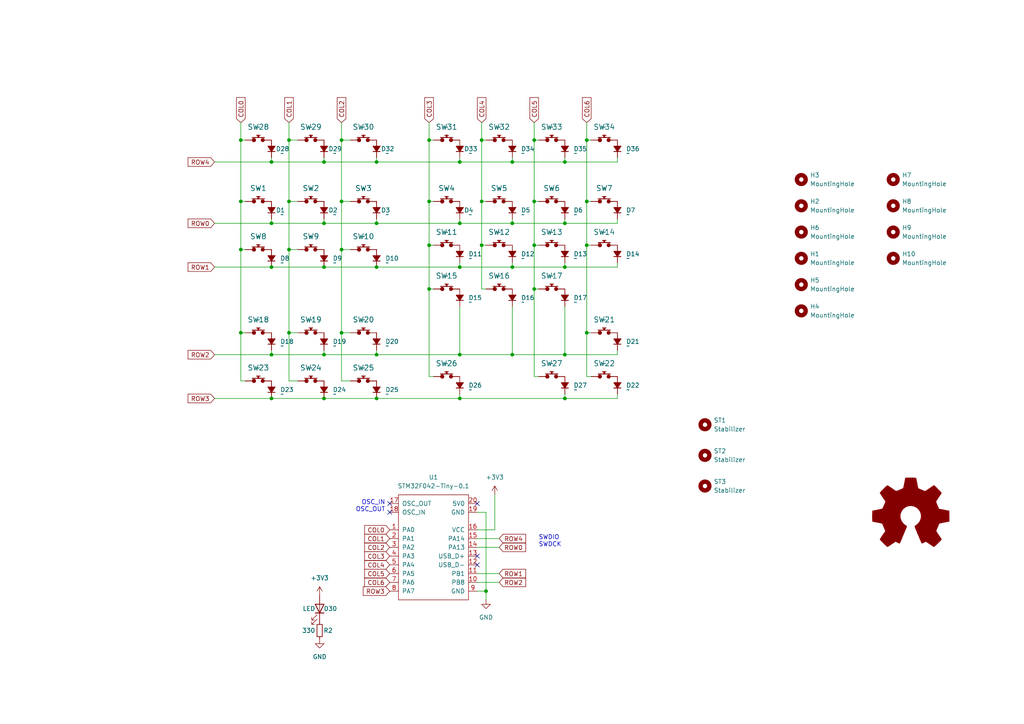
<source format=kicad_sch>
(kicad_sch (version 20230121) (generator eeschema)
  (paper "A4")
  (lib_symbols
    (symbol "Device:D_Small_Filled" (pin_numbers hide) (pin_names (offset 0.254) hide)
      (property "Reference" "D" (at -1.27 2.032 0))
      (property "Value" "D_Small_Filled" (at -3.81 -2.032 0))
      (symbol "D_Small_Filled_0_1"
        (polyline (pts (xy -0.762 -1.016) (xy -0.762 1.016)) (stroke (width 0.254)))
        (polyline (pts (xy -0.762 0) (xy 0.762 0)))
        (polyline (pts (xy 0.762 -1.016) (xy -0.762 0) (xy 0.762 1.016) (xy 0.762 -1.016)) (stroke (width 0.254)) (fill (type outline)))
      )
      (symbol "D_Small_Filled_1_1"
        (pin passive line (at -2.54 0 0) (length 1.778) (name "K") (number "1"))
        (pin passive line (at 2.54 0 180) (length 1.778) (name "A") (number "2"))
      )
    )
    (symbol "Device:LED" (pin_numbers hide) (pin_names (offset 1.016) hide)
      (property "Reference" "D" (at 0 2.54 0))
      (property "Value" "LED" (at 0 -2.54 0))
      (symbol "LED_0_1"
        (polyline (pts (xy -1.27 -1.27) (xy -1.27 1.27)) (stroke (width 0.254)))
        (polyline (pts (xy -1.27 0) (xy 1.27 0)))
        (polyline (pts (xy 1.27 -1.27) (xy 1.27 1.27) (xy -1.27 0) (xy 1.27 -1.27)) (stroke (width 0.254)))
        (polyline (pts (xy -3.048 -0.762) (xy -4.572 -2.286) (xy -3.81 -2.286) (xy -4.572 -2.286) (xy -4.572 -1.524)))
        (polyline (pts (xy -1.778 -0.762) (xy -3.302 -2.286) (xy -2.54 -2.286) (xy -3.302 -2.286) (xy -3.302 -1.524)))
      )
      (symbol "LED_1_1"
        (pin passive line (at -3.81 0 0) (length 2.54) (name "K") (number "1"))
        (pin passive line (at 3.81 0 180) (length 2.54) (name "A") (number "2"))
      )
    )
    (symbol "Device:R_Small" (pin_numbers hide) (pin_names (offset 0.254) hide)
      (property "Reference" "R" (at 0.762 0.508 0))
      (property "Value" "R_Small" (at 0.762 -1.016 0))
      (symbol "R_Small_0_1"
        (rectangle (start -0.762 1.778) (end 0.762 -1.778) (stroke (width 0.2032)))
      )
      (symbol "R_Small_1_1"
        (pin passive line (at 0 2.54 270) (length 0.762) (name "~") (number "1"))
        (pin passive line (at 0 -2.54 90) (length 0.762) (name "~") (number "2"))
      )
    )
    (symbol "Engstad:STM32F042-Tiny" (pin_names (offset 1.016))
      (property "Reference" "U" (at 0 -12.7 0))
      (property "Value" "STM32F042-Tiny-0.1" (at 0 20.32 0))
      (symbol "STM32F042-Tiny_0_1"
        (rectangle (start -10.16 19.05) (end 10.16 -11.43))
      )
      (symbol "STM32F042-Tiny_1_1"
        (pin tri_state line (at -12.7 8.89 0) (length 2.54) (name "PA0") (number "1"))
        (pin tri_state line (at 12.7 -6.35 180) (length 2.54) (name "PB8") (number "10"))
        (pin tri_state line (at 12.7 -3.81 180) (length 2.54) (name "PB1") (number "11"))
        (pin tri_state line (at 12.7 -1.27 180) (length 2.54) (name "USB_D-") (number "12"))
        (pin tri_state line (at 12.7 1.27 180) (length 2.54) (name "USB_D+") (number "13"))
        (pin tri_state line (at 12.7 3.81 180) (length 2.54) (name "PA13") (number "14"))
        (pin tri_state line (at 12.7 6.35 180) (length 2.54) (name "PA14") (number "15"))
        (pin power_in line (at 12.7 8.89 180) (length 2.54) (name "VCC") (number "16"))
        (pin input line (at -12.7 16.51 0) (length 2.54) (name "OSC_OUT") (number "17"))
        (pin input line (at -12.7 13.97 0) (length 2.54) (name "OSC_IN") (number "18"))
        (pin input line (at 12.7 13.97 180) (length 2.54) (name "GND") (number "19"))
        (pin tri_state line (at -12.7 6.35 0) (length 2.54) (name "PA1") (number "2"))
        (pin input line (at 12.7 16.51 180) (length 2.54) (name "5V0") (number "20"))
        (pin tri_state line (at -12.7 3.81 0) (length 2.54) (name "PA2") (number "3"))
        (pin tri_state line (at -12.7 1.27 0) (length 2.54) (name "PA3") (number "4"))
        (pin tri_state line (at -12.7 -1.27 0) (length 2.54) (name "PA4") (number "5"))
        (pin tri_state line (at -12.7 -3.81 0) (length 2.54) (name "PA5") (number "6"))
        (pin tri_state line (at -12.7 -6.35 0) (length 2.54) (name "PA6") (number "7"))
        (pin tri_state line (at -12.7 -8.89 0) (length 2.54) (name "PA7") (number "8"))
        (pin input line (at 12.7 -8.89 180) (length 2.54) (name "GND") (number "9"))
      )
    )
    (symbol "Engstad:SW_PUSH_NO" (pin_numbers hide) (pin_names (offset 0) hide)
      (property "Reference" "SW" (at 4.445 3.683 0))
      (property "Value" "SW_PUSH_NO" (at -7.62 3.81 0))
      (symbol "SW_PUSH_NO_0_1"
        (circle (center -1.27 0) (radius 0.4064) (stroke (width 0.381)) (fill (type outline)))
        (rectangle (start -0.127 1.397) (end 0.127 0.762) (stroke (width 0.254)))
        (polyline (pts (xy -1.778 0.762) (xy 1.778 0.762)) (stroke (width 0.254)))
        (polyline (pts (xy -0.508 1.397) (xy 0.508 1.397)) (stroke (width 0.254)))
        (circle (center 1.27 0) (radius 0.381) (stroke (width 0.381)) (fill (type outline)))
      )
      (symbol "SW_PUSH_NO_1_1"
        (pin input line (at -3.81 0 0) (length 2.54) (name "~") (number "1"))
        (pin input line (at 3.81 0 180) (length 2.54) (name "~") (number "2"))
      )
    )
    (symbol "Graphic:Logo_Open_Hardware_Large" (in_bom no) (on_board no)
      (symbol "Logo_Open_Hardware_Large_1_1"
        (polyline (pts (xy 6.731 -8.7122) (xy 6.6294 -8.6614) (xy 6.35 -8.4836) (xy 5.9944 -8.255) (xy 5.5372 -7.9502) (xy 5.1054 -7.6454) (xy 4.7498 -7.4168) (xy 4.4958 -7.239) (xy 4.3942 -7.1882) (xy 4.318 -7.2136) (xy 4.1148 -7.3152) (xy 3.81 -7.4676) (xy 3.6322 -7.5692) (xy 3.3528 -7.6708) (xy 3.2258 -7.6962) (xy 3.2004 -7.6708) (xy 3.0988 -7.4676) (xy 2.9464 -7.0866) (xy 2.7178 -6.604) (xy 2.4892 -6.0452) (xy 2.2352 -5.4356) (xy 1.9558 -4.826) (xy 1.7272 -4.2164) (xy 1.4986 -3.683) (xy 1.3208 -3.2512) (xy 1.2192 -2.9464) (xy 1.1684 -2.8194) (xy 1.1938 -2.794) (xy 1.3208 -2.667) (xy 1.5748 -2.4892) (xy 2.0828 -2.0574) (xy 2.6162 -1.397) (xy 2.921 -0.6604) (xy 3.048 0.1524) (xy 2.9464 0.9144) (xy 2.6416 1.6256) (xy 2.1336 2.286) (xy 1.524 2.7686) (xy 0.8128 3.0734) (xy 0 3.175) (xy -0.762 3.0988) (xy -1.4986 2.794) (xy -2.159 2.286) (xy -2.4384 1.9812) (xy -2.8194 1.3208) (xy -3.048 0.6096) (xy -3.0734 0.4318) (xy -3.0226 -0.3556) (xy -2.794 -1.0922) (xy -2.3876 -1.7526) (xy -1.8288 -2.3114) (xy -1.7526 -2.3622) (xy -1.4732 -2.5654) (xy -1.2954 -2.6924) (xy -1.1684 -2.8194) (xy -2.159 -5.207) (xy -2.3114 -5.588) (xy -2.5908 -6.2484) (xy -2.8194 -6.8072) (xy -3.0226 -7.2644) (xy -3.1496 -7.5692) (xy -3.2258 -7.6708) (xy -3.2258 -7.6962) (xy -3.302 -7.6962) (xy -3.4798 -7.6454) (xy -3.8354 -7.4676) (xy -4.0386 -7.366) (xy -4.2926 -7.239) (xy -4.4196 -7.1882) (xy -4.5212 -7.239) (xy -4.7498 -7.3914) (xy -5.1054 -7.6454) (xy -5.5372 -7.9248) (xy -5.9436 -8.2042) (xy -6.3246 -8.4582) (xy -6.604 -8.636) (xy -6.731 -8.7122) (xy -6.7564 -8.7122) (xy -6.858 -8.636) (xy -7.0866 -8.4582) (xy -7.4168 -8.1534) (xy -7.874 -7.6962) (xy -7.9502 -7.62) (xy -8.3312 -7.239) (xy -8.636 -6.9088) (xy -8.8392 -6.6802) (xy -8.9154 -6.5786) (xy -8.9154 -6.5786) (xy -8.8392 -6.4516) (xy -8.6614 -6.1722) (xy -8.4328 -5.7912) (xy -8.128 -5.3594) (xy -7.3152 -4.191) (xy -7.7724 -3.0988) (xy -7.8994 -2.7686) (xy -8.0772 -2.3622) (xy -8.2042 -2.0828) (xy -8.255 -1.9558) (xy -8.382 -1.905) (xy -8.6614 -1.8542) (xy -9.0932 -1.7526) (xy -9.6266 -1.651) (xy -10.1092 -1.5748) (xy -10.541 -1.4732) (xy -10.8712 -1.4224) (xy -11.0236 -1.397) (xy -11.049 -1.3716) (xy -11.0744 -1.2954) (xy -11.0998 -1.143) (xy -11.0998 -0.889) (xy -11.1252 -0.4572) (xy -11.1252 0.1524) (xy -11.1252 0.2286) (xy -11.0998 0.8128) (xy -11.0998 1.27) (xy -11.0744 1.5494) (xy -11.0744 1.6764) (xy -11.0744 1.6764) (xy -10.922 1.7018) (xy -10.6172 1.778) (xy -10.16 1.8542) (xy -9.652 1.9558) (xy -9.6012 1.9812) (xy -9.0932 2.0828) (xy -8.636 2.159) (xy -8.3312 2.2352) (xy -8.2042 2.286) (xy -8.1788 2.3114) (xy -8.0772 2.5146) (xy -7.9248 2.8448) (xy -7.747 3.2512) (xy -7.5692 3.6576) (xy -7.4168 4.0386) (xy -7.3152 4.318) (xy -7.2898 4.445) (xy -7.2898 4.445) (xy -7.366 4.572) (xy -7.5438 4.826) (xy -7.7978 5.207) (xy -8.128 5.6642) (xy -8.128 5.6896) (xy -8.4328 6.1468) (xy -8.6868 6.5278) (xy -8.8392 6.7818) (xy -8.9154 6.9088) (xy -8.9154 6.9088) (xy -8.8138 7.0358) (xy -8.5852 7.2898) (xy -8.255 7.6454) (xy -7.874 8.0264) (xy -7.747 8.1534) (xy -7.3152 8.5852) (xy -7.0104 8.8646) (xy -6.8326 8.9916) (xy -6.731 9.0424) (xy -6.731 9.0424) (xy -6.604 8.9408) (xy -6.3246 8.763) (xy -5.9436 8.509) (xy -5.4864 8.2042) (xy -5.461 8.1788) (xy -5.0038 7.874) (xy -4.6482 7.62) (xy -4.3688 7.4422) (xy -4.2672 7.3914) (xy -4.2418 7.3914) (xy -4.064 7.4422) (xy -3.7338 7.5438) (xy -3.3528 7.6962) (xy -2.9464 7.874) (xy -2.5654 8.0264) (xy -2.286 8.1534) (xy -2.159 8.2296) (xy -2.159 8.2296) (xy -2.1082 8.382) (xy -2.032 8.7122) (xy -1.9304 9.1694) (xy -1.8288 9.7282) (xy -1.8034 9.8044) (xy -1.7018 10.3378) (xy -1.6256 10.7696) (xy -1.5748 11.0744) (xy -1.524 11.2014) (xy -1.4478 11.2268) (xy -1.1938 11.2522) (xy -0.8128 11.2522) (xy -0.3302 11.2522) (xy 0.1524 11.2522) (xy 0.6604 11.2522) (xy 1.0668 11.2268) (xy 1.3716 11.2014) (xy 1.4986 11.176) (xy 1.4986 11.176) (xy 1.5494 11.0236) (xy 1.6256 10.6934) (xy 1.7018 10.2108) (xy 1.8288 9.6774) (xy 1.8288 9.5758) (xy 1.9304 9.0424) (xy 2.032 8.6106) (xy 2.0828 8.3058) (xy 2.1336 8.2042) (xy 2.159 8.1788) (xy 2.3876 8.0772) (xy 2.7432 7.9248) (xy 3.175 7.747) (xy 4.191 7.3406) (xy 5.461 8.2042) (xy 5.5626 8.2804) (xy 6.0198 8.5852) (xy 6.3754 8.8392) (xy 6.6294 8.9916) (xy 6.7564 9.0424) (xy 6.7564 9.0424) (xy 6.8834 8.9408) (xy 7.1374 8.7122) (xy 7.4676 8.382) (xy 7.8486 7.9756) (xy 8.1534 7.6962) (xy 8.4836 7.3406) (xy 8.7122 7.112) (xy 8.8392 6.9596) (xy 8.8646 6.858) (xy 8.8646 6.8072) (xy 8.7884 6.6802) (xy 8.6106 6.4008) (xy 8.3312 6.0198) (xy 8.0264 5.588) (xy 7.7978 5.207) (xy 7.5184 4.8006) (xy 7.3406 4.4958) (xy 7.2898 4.3434) (xy 7.2898 4.2926) (xy 7.3914 4.0386) (xy 7.5184 3.683) (xy 7.7216 3.2258) (xy 8.1534 2.2352) (xy 8.7884 2.1082) (xy 9.1948 2.0574) (xy 9.7536 1.9304) (xy 10.2616 1.8288) (xy 11.0998 1.6764) (xy 11.1252 -1.3208) (xy 10.9982 -1.3716) (xy 10.8712 -1.397) (xy 10.5664 -1.4732) (xy 10.1346 -1.5494) (xy 9.6266 -1.651) (xy 9.1948 -1.7272) (xy 8.7376 -1.8288) (xy 8.4328 -1.8796) (xy 8.2804 -1.905) (xy 8.255 -1.9558) (xy 8.1534 -2.159) (xy 7.9756 -2.5146) (xy 7.8232 -2.921) (xy 7.6454 -3.3274) (xy 7.493 -3.7338) (xy 7.366 -4.0132) (xy 7.3406 -4.191) (xy 7.3914 -4.2926) (xy 7.5692 -4.5466) (xy 7.7978 -4.9276) (xy 8.1026 -5.3594) (xy 8.4074 -5.7912) (xy 8.6614 -6.1722) (xy 8.8138 -6.4262) (xy 8.89 -6.5532) (xy 8.8646 -6.6548) (xy 8.6868 -6.858) (xy 8.3566 -7.1882) (xy 7.874 -7.6708) (xy 7.7978 -7.747) (xy 7.3914 -8.128) (xy 7.0612 -8.4328) (xy 6.8326 -8.636) (xy 6.731 -8.7122)) (fill (type outline)))
      )
    )
    (symbol "Mechanical:MountingHole" (pin_names (offset 1.016))
      (property "Reference" "H" (at 0 5.08 0))
      (property "Value" "MountingHole" (at 0 3.175 0))
      (symbol "MountingHole_0_1"
        (circle (center 0 0) (radius 1.27) (stroke (width 1.27)))
      )
    )
    (symbol "power:+3V3" (power) (pin_names (offset 0))
      (property "Value" "+3V3" (at 0 3.556 0))
      (symbol "+3V3_0_1"
        (polyline (pts (xy -0.762 1.27) (xy 0 2.54)))
        (polyline (pts (xy 0 0) (xy 0 2.54)))
        (polyline (pts (xy 0 2.54) (xy 0.762 1.27)))
      )
      (symbol "+3V3_1_1"
        (pin power_in line (at 0 0 90) (length 0) hide (name "+3V3") (number "1"))
      )
    )
    (symbol "power:GND" (power) (pin_names (offset 0))
      (property "Value" "GND" (at 0 -3.81 0))
      (symbol "GND_0_1"
        (polyline (pts (xy 0 0) (xy 0 -1.27) (xy 1.27 -1.27) (xy 0 -2.54) (xy -1.27 -1.27) (xy 0 -1.27)))
      )
      (symbol "GND_1_1"
        (pin power_in line (at 0 0 270) (length 0) hide (name "GND") (number "1"))
      )
    )
  )
  (junction (at 93.98 64.77))
  (junction (at 124.46 71.12))
  (junction (at 154.94 58.42))
  (junction (at 109.22 64.77))
  (junction (at 69.85 72.39))
  (junction (at 154.94 40.64))
  (junction (at 83.82 58.42))
  (junction (at 133.35 115.57))
  (junction (at 133.35 46.99))
  (junction (at 109.22 77.47))
  (junction (at 78.74 77.47))
  (junction (at 170.18 96.52))
  (junction (at 163.83 102.87))
  (junction (at 109.22 46.99))
  (junction (at 133.35 64.77))
  (junction (at 124.46 58.42))
  (junction (at 139.7 71.12))
  (junction (at 83.82 72.39))
  (junction (at 148.59 64.77))
  (junction (at 99.06 96.52))
  (junction (at 133.35 77.47))
  (junction (at 93.98 102.87))
  (junction (at 124.46 83.82))
  (junction (at 163.83 77.47))
  (junction (at 78.74 102.87))
  (junction (at 83.82 40.64))
  (junction (at 133.35 102.87))
  (junction (at 148.59 46.99))
  (junction (at 93.98 46.99))
  (junction (at 99.06 58.42))
  (junction (at 109.22 115.57))
  (junction (at 78.74 46.99))
  (junction (at 139.7 58.42))
  (junction (at 93.98 77.47))
  (junction (at 139.7 40.64))
  (junction (at 170.18 71.12))
  (junction (at 99.06 72.39))
  (junction (at 163.83 46.99))
  (junction (at 163.83 64.77))
  (junction (at 140.97 171.45))
  (junction (at 78.74 64.77))
  (junction (at 170.18 40.64))
  (junction (at 93.98 115.57))
  (junction (at 99.06 40.64))
  (junction (at 124.46 40.64))
  (junction (at 69.85 96.52))
  (junction (at 83.82 96.52))
  (junction (at 154.94 71.12))
  (junction (at 109.22 102.87))
  (junction (at 69.85 40.64))
  (junction (at 78.74 115.57))
  (junction (at 148.59 102.87))
  (junction (at 69.85 58.42))
  (junction (at 148.59 77.47))
  (junction (at 163.83 115.57))
  (junction (at 170.18 58.42))
  (junction (at 154.94 83.82))
  (no_connect (at 113.03 146.05))
  (no_connect (at 138.43 161.29))
  (no_connect (at 113.03 148.59))
  (no_connect (at 138.43 146.05))
  (no_connect (at 138.43 163.83))
  (wire (pts (xy 171.45 109.22) (xy 170.18 109.22)))
  (wire (pts (xy 93.98 102.87) (xy 93.98 101.6)))
  (wire (pts (xy 133.35 115.57) (xy 133.35 114.3)))
  (wire (pts (xy 140.97 171.45) (xy 140.97 173.99)))
  (wire (pts (xy 133.35 115.57) (xy 163.83 115.57)))
  (wire (pts (xy 69.85 58.42) (xy 69.85 72.39)))
  (wire (pts (xy 143.51 153.67) (xy 138.43 153.67)))
  (wire (pts (xy 124.46 40.64) (xy 125.73 40.64)))
  (wire (pts (xy 109.22 115.57) (xy 133.35 115.57)))
  (wire (pts (xy 69.85 96.52) (xy 69.85 110.49)))
  (wire (pts (xy 78.74 46.99) (xy 93.98 46.99)))
  (wire (pts (xy 170.18 40.64) (xy 170.18 58.42)))
  (wire (pts (xy 140.97 171.45) (xy 140.97 148.59)))
  (wire (pts (xy 163.83 115.57) (xy 179.07 115.57)))
  (wire (pts (xy 170.18 58.42) (xy 170.18 71.12)))
  (wire (pts (xy 179.07 45.72) (xy 179.07 46.99)))
  (wire (pts (xy 170.18 71.12) (xy 170.18 96.52)))
  (wire (pts (xy 69.85 72.39) (xy 69.85 96.52)))
  (wire (pts (xy 154.94 40.64) (xy 154.94 58.42)))
  (wire (pts (xy 154.94 71.12) (xy 154.94 83.82)))
  (wire (pts (xy 148.59 64.77) (xy 163.83 64.77)))
  (wire (pts (xy 83.82 72.39) (xy 83.82 96.52)))
  (wire (pts (xy 143.51 143.51) (xy 143.51 153.67)))
  (wire (pts (xy 144.78 158.75) (xy 138.43 158.75)))
  (wire (pts (xy 179.07 102.87) (xy 179.07 101.6)))
  (wire (pts (xy 144.78 168.91) (xy 138.43 168.91)))
  (wire (pts (xy 170.18 58.42) (xy 171.45 58.42)))
  (wire (pts (xy 124.46 40.64) (xy 124.46 58.42)))
  (wire (pts (xy 69.85 35.56) (xy 69.85 40.64)))
  (wire (pts (xy 179.07 64.77) (xy 179.07 63.5)))
  (wire (pts (xy 163.83 102.87) (xy 163.83 88.9)))
  (wire (pts (xy 148.59 77.47) (xy 163.83 77.47)))
  (wire (pts (xy 124.46 58.42) (xy 124.46 71.12)))
  (wire (pts (xy 83.82 35.56) (xy 83.82 40.64)))
  (wire (pts (xy 163.83 115.57) (xy 163.83 114.3)))
  (wire (pts (xy 154.94 71.12) (xy 156.21 71.12)))
  (wire (pts (xy 83.82 72.39) (xy 86.36 72.39)))
  (wire (pts (xy 163.83 64.77) (xy 163.83 63.5)))
  (wire (pts (xy 62.23 64.77) (xy 78.74 64.77)))
  (wire (pts (xy 99.06 40.64) (xy 99.06 58.42)))
  (wire (pts (xy 140.97 148.59) (xy 138.43 148.59)))
  (wire (pts (xy 62.23 77.47) (xy 78.74 77.47)))
  (wire (pts (xy 154.94 83.82) (xy 156.21 83.82)))
  (wire (pts (xy 109.22 64.77) (xy 133.35 64.77)))
  (wire (pts (xy 133.35 64.77) (xy 133.35 63.5)))
  (wire (pts (xy 83.82 110.49) (xy 86.36 110.49)))
  (wire (pts (xy 78.74 64.77) (xy 93.98 64.77)))
  (wire (pts (xy 148.59 88.9) (xy 148.59 102.87)))
  (wire (pts (xy 109.22 46.99) (xy 133.35 46.99)))
  (wire (pts (xy 124.46 83.82) (xy 125.73 83.82)))
  (wire (pts (xy 139.7 35.56) (xy 139.7 40.64)))
  (wire (pts (xy 99.06 72.39) (xy 99.06 96.52)))
  (wire (pts (xy 154.94 58.42) (xy 156.21 58.42)))
  (wire (pts (xy 148.59 46.99) (xy 163.83 46.99)))
  (wire (pts (xy 99.06 72.39) (xy 101.6 72.39)))
  (wire (pts (xy 99.06 96.52) (xy 101.6 96.52)))
  (wire (pts (xy 154.94 109.22) (xy 156.21 109.22)))
  (wire (pts (xy 78.74 102.87) (xy 93.98 102.87)))
  (wire (pts (xy 154.94 40.64) (xy 156.21 40.64)))
  (wire (pts (xy 163.83 45.72) (xy 163.83 46.99)))
  (wire (pts (xy 148.59 77.47) (xy 148.59 76.2)))
  (wire (pts (xy 109.22 77.47) (xy 133.35 77.47)))
  (wire (pts (xy 93.98 46.99) (xy 109.22 46.99)))
  (wire (pts (xy 144.78 166.37) (xy 138.43 166.37)))
  (wire (pts (xy 170.18 71.12) (xy 171.45 71.12)))
  (wire (pts (xy 124.46 58.42) (xy 125.73 58.42)))
  (wire (pts (xy 139.7 58.42) (xy 139.7 71.12)))
  (wire (pts (xy 83.82 40.64) (xy 83.82 58.42)))
  (wire (pts (xy 133.35 45.72) (xy 133.35 46.99)))
  (wire (pts (xy 148.59 45.72) (xy 148.59 46.99)))
  (wire (pts (xy 83.82 40.64) (xy 86.36 40.64)))
  (wire (pts (xy 99.06 40.64) (xy 101.6 40.64)))
  (wire (pts (xy 133.35 88.9) (xy 133.35 102.87)))
  (wire (pts (xy 83.82 58.42) (xy 86.36 58.42)))
  (wire (pts (xy 179.07 115.57) (xy 179.07 114.3)))
  (wire (pts (xy 93.98 45.72) (xy 93.98 46.99)))
  (wire (pts (xy 83.82 96.52) (xy 83.82 110.49)))
  (wire (pts (xy 99.06 35.56) (xy 99.06 40.64)))
  (wire (pts (xy 179.07 77.47) (xy 179.07 76.2)))
  (wire (pts (xy 148.59 102.87) (xy 163.83 102.87)))
  (wire (pts (xy 133.35 64.77) (xy 148.59 64.77)))
  (wire (pts (xy 99.06 58.42) (xy 99.06 72.39)))
  (wire (pts (xy 109.22 45.72) (xy 109.22 46.99)))
  (wire (pts (xy 133.35 77.47) (xy 148.59 77.47)))
  (wire (pts (xy 163.83 77.47) (xy 163.83 76.2)))
  (wire (pts (xy 69.85 40.64) (xy 69.85 58.42)))
  (wire (pts (xy 78.74 77.47) (xy 93.98 77.47)))
  (wire (pts (xy 133.35 102.87) (xy 148.59 102.87)))
  (wire (pts (xy 83.82 96.52) (xy 86.36 96.52)))
  (wire (pts (xy 139.7 40.64) (xy 139.7 58.42)))
  (wire (pts (xy 62.23 115.57) (xy 78.74 115.57)))
  (wire (pts (xy 163.83 46.99) (xy 179.07 46.99)))
  (wire (pts (xy 78.74 101.6) (xy 78.74 102.87)))
  (wire (pts (xy 148.59 64.77) (xy 148.59 63.5)))
  (wire (pts (xy 163.83 102.87) (xy 179.07 102.87)))
  (wire (pts (xy 99.06 58.42) (xy 101.6 58.42)))
  (wire (pts (xy 163.83 64.77) (xy 179.07 64.77)))
  (wire (pts (xy 99.06 96.52) (xy 99.06 110.49)))
  (wire (pts (xy 78.74 63.5) (xy 78.74 64.77)))
  (wire (pts (xy 139.7 83.82) (xy 140.97 83.82)))
  (wire (pts (xy 139.7 58.42) (xy 140.97 58.42)))
  (wire (pts (xy 124.46 35.56) (xy 124.46 40.64)))
  (wire (pts (xy 144.78 156.21) (xy 138.43 156.21)))
  (wire (pts (xy 78.74 45.72) (xy 78.74 46.99)))
  (wire (pts (xy 93.98 64.77) (xy 109.22 64.77)))
  (wire (pts (xy 124.46 109.22) (xy 125.73 109.22)))
  (wire (pts (xy 170.18 96.52) (xy 170.18 109.22)))
  (wire (pts (xy 83.82 72.39) (xy 83.82 58.42)))
  (wire (pts (xy 154.94 35.56) (xy 154.94 40.64)))
  (wire (pts (xy 124.46 83.82) (xy 124.46 109.22)))
  (wire (pts (xy 133.35 46.99) (xy 148.59 46.99)))
  (wire (pts (xy 69.85 40.64) (xy 71.12 40.64)))
  (wire (pts (xy 139.7 40.64) (xy 140.97 40.64)))
  (wire (pts (xy 170.18 40.64) (xy 171.45 40.64)))
  (wire (pts (xy 139.7 71.12) (xy 139.7 83.82)))
  (wire (pts (xy 93.98 77.47) (xy 109.22 77.47)))
  (wire (pts (xy 69.85 96.52) (xy 71.12 96.52)))
  (wire (pts (xy 109.22 102.87) (xy 133.35 102.87)))
  (wire (pts (xy 62.23 102.87) (xy 78.74 102.87)))
  (wire (pts (xy 93.98 63.5) (xy 93.98 64.77)))
  (wire (pts (xy 163.83 77.47) (xy 179.07 77.47)))
  (wire (pts (xy 69.85 110.49) (xy 71.12 110.49)))
  (wire (pts (xy 69.85 58.42) (xy 71.12 58.42)))
  (wire (pts (xy 62.23 46.99) (xy 78.74 46.99)))
  (wire (pts (xy 170.18 35.56) (xy 170.18 40.64)))
  (wire (pts (xy 154.94 83.82) (xy 154.94 109.22)))
  (wire (pts (xy 69.85 72.39) (xy 71.12 72.39)))
  (wire (pts (xy 93.98 115.57) (xy 109.22 115.57)))
  (wire (pts (xy 154.94 58.42) (xy 154.94 71.12)))
  (wire (pts (xy 124.46 71.12) (xy 124.46 83.82)))
  (wire (pts (xy 93.98 102.87) (xy 109.22 102.87)))
  (wire (pts (xy 99.06 110.49) (xy 101.6 110.49)))
  (wire (pts (xy 139.7 71.12) (xy 140.97 71.12)))
  (wire (pts (xy 170.18 96.52) (xy 171.45 96.52)))
  (wire (pts (xy 124.46 71.12) (xy 125.73 71.12)))
  (wire (pts (xy 138.43 171.45) (xy 140.97 171.45)))
  (wire (pts (xy 109.22 102.87) (xy 109.22 101.6)))
  (wire (pts (xy 109.22 63.5) (xy 109.22 64.77)))
  (wire (pts (xy 78.74 115.57) (xy 93.98 115.57)))
  (wire (pts (xy 133.35 77.47) (xy 133.35 76.2)))
  (text "OSC_IN\nOSC_OUT\n" (at 111.76 148.59 0) (effects (font (size 1.27 1.27)) (justify right bottom)))
  (text "SWDIO\nSWDCK\n" (at 156.21 158.75 0) (effects (font (size 1.27 1.27)) (justify left bottom)))
  (global_label "COL4" (shape input) (at 139.7 35.56 90) (property "Intersheetrefs" "${INTERSHEET_REFS}" (effects hide)))
  (global_label "ROW3" (shape input) (at 62.23 115.57 180) (property "Intersheetrefs" "${INTERSHEET_REFS}" (effects hide)))
  (global_label "ROW3" (shape input) (at 113.03 171.45 180) (property "Intersheetrefs" "${INTERSHEET_REFS}" (effects hide)))
  (global_label "COL0" (shape input) (at 69.85 35.56 90) (property "Intersheetrefs" "${INTERSHEET_REFS}" (effects hide)))
  (global_label "COL6" (shape input) (at 170.18 35.56 90) (property "Intersheetrefs" "${INTERSHEET_REFS}" (effects hide)))
  (global_label "ROW0" (shape input) (at 62.23 64.77 180) (property "Intersheetrefs" "${INTERSHEET_REFS}" (effects hide)))
  (global_label "COL3" (shape input) (at 124.46 35.56 90) (property "Intersheetrefs" "${INTERSHEET_REFS}" (effects hide)))
  (global_label "COL4" (shape input) (at 113.03 163.83 180) (property "Intersheetrefs" "${INTERSHEET_REFS}" (effects hide)))
  (global_label "COL5" (shape input) (at 154.94 35.56 90) (property "Intersheetrefs" "${INTERSHEET_REFS}" (effects hide)))
  (global_label "ROW1" (shape input) (at 62.23 77.47 180) (property "Intersheetrefs" "${INTERSHEET_REFS}" (effects hide)))
  (global_label "ROW4" (shape input) (at 144.78 156.21 0) (property "Intersheetrefs" "${INTERSHEET_REFS}" (effects hide)))
  (global_label "ROW0" (shape input) (at 144.78 158.75 0) (property "Intersheetrefs" "${INTERSHEET_REFS}" (effects hide)))
  (global_label "COL5" (shape input) (at 113.03 166.37 180) (property "Intersheetrefs" "${INTERSHEET_REFS}" (effects hide)))
  (global_label "COL2" (shape input) (at 99.06 35.56 90) (property "Intersheetrefs" "${INTERSHEET_REFS}" (effects hide)))
  (global_label "COL6" (shape input) (at 113.03 168.91 180) (property "Intersheetrefs" "${INTERSHEET_REFS}" (effects hide)))
  (global_label "COL0" (shape input) (at 113.03 153.67 180) (property "Intersheetrefs" "${INTERSHEET_REFS}" (effects hide)))
  (global_label "COL2" (shape input) (at 113.03 158.75 180) (property "Intersheetrefs" "${INTERSHEET_REFS}" (effects hide)))
  (global_label "ROW4" (shape input) (at 62.23 46.99 180) (property "Intersheetrefs" "${INTERSHEET_REFS}" (effects hide)))
  (global_label "ROW1" (shape input) (at 144.78 166.37 0) (property "Intersheetrefs" "${INTERSHEET_REFS}" (effects hide)))
  (global_label "COL1" (shape input) (at 83.82 35.56 90) (property "Intersheetrefs" "${INTERSHEET_REFS}" (effects hide)))
  (global_label "COL3" (shape input) (at 113.03 161.29 180) (property "Intersheetrefs" "${INTERSHEET_REFS}" (effects hide)))
  (global_label "COL1" (shape input) (at 113.03 156.21 180) (property "Intersheetrefs" "${INTERSHEET_REFS}" (effects hide)))
  (global_label "ROW2" (shape input) (at 62.23 102.87 180) (property "Intersheetrefs" "${INTERSHEET_REFS}" (effects hide)))
  (global_label "ROW2" (shape input) (at 144.78 168.91 0) (property "Intersheetrefs" "${INTERSHEET_REFS}" (effects hide)))
  (symbol (lib_id "Engstad:SW_PUSH_NO") (at 175.26 58.42 0) (unit 1)
    (property "Reference" "SW7" (at 175.26 54.61 0) (effects (font (size 1.524 1.524))))
    (property "Value" "~" (at 175.26 54.61 0) (effects (font (size 1.524 1.524))))
    (property "Footprint" "PCM_Switch_Keyboard_Cherry_MX:SW_Cherry_MX_PCB_1.00u" (effects hide))
  )
  (symbol (lib_id "Engstad:SW_PUSH_NO") (at 175.26 40.64 0) (unit 1)
    (property "Reference" "SW34" (at 175.26 36.83 0) (effects (font (size 1.524 1.524))))
    (property "Value" "~" (at 175.26 36.83 0) (effects (font (size 1.524 1.524))))
    (property "Footprint" "PCM_Switch_Keyboard_Cherry_MX:SW_Cherry_MX_PCB_1.00u" (effects hide))
  )
  (symbol (lib_id "Device:D_Small_Filled") (at 78.74 43.18 90) (unit 1)
    (property "Reference" "D28" (at 80.01 43.18 90) (effects (justify right)))
    (property "Value" "~" (at 81.28 44.45 90) (effects (justify right)))
    (property "Footprint" "Diode_SMD:D_SOD-123" (effects hide))
    (property "Sim.Device" "D" (effects hide))
    (property "Sim.Pins" "1=K 2=A" (effects hide))
  )
  (symbol (lib_id "Engstad:SW_PUSH_NO") (at 129.54 40.64 0) (unit 1)
    (property "Reference" "SW31" (at 129.54 36.83 0) (effects (font (size 1.524 1.524))))
    (property "Value" "~" (at 129.54 36.83 0) (effects (font (size 1.524 1.524))))
    (property "Footprint" "PCM_Switch_Keyboard_Cherry_MX:SW_Cherry_MX_PCB_1.00u" (effects hide))
  )
  (symbol (lib_id "Engstad:SW_PUSH_NO") (at 105.41 40.64 0) (unit 1)
    (property "Reference" "SW30" (at 105.41 36.83 0) (effects (font (size 1.524 1.524))))
    (property "Value" "~" (at 105.41 36.83 0) (effects (font (size 1.524 1.524))))
    (property "Footprint" "PCM_Switch_Keyboard_Cherry_MX:SW_Cherry_MX_PCB_1.00u" (effects hide))
  )
  (symbol (lib_id "Mechanical:MountingHole") (at 232.41 52.07 0) (unit 1)
    (property "Reference" "H3" (at 234.95 50.8 0) (effects (justify left)))
    (property "Value" "MountingHole" (at 234.95 53.34 0) (effects (justify left)))
    (property "Footprint" "MountingHole:MountingHole_2.7mm_M2.5_ISO7380_Pad" (effects hide))
  )
  (symbol (lib_id "Device:D_Small_Filled") (at 109.22 113.03 90) (unit 1)
    (property "Reference" "D25" (at 111.76 113.03 90) (effects (justify right)))
    (property "Value" "~" (at 111.76 114.3 90) (effects (justify right)))
    (property "Footprint" "Diode_SMD:D_SOD-123" (effects hide))
    (property "Sim.Device" "D" (effects hide))
    (property "Sim.Pins" "1=K 2=A" (effects hide))
  )
  (symbol (lib_id "Device:D_Small_Filled") (at 78.74 60.96 90) (unit 1)
    (property "Reference" "D1" (at 80.01 60.96 90) (effects (justify right)))
    (property "Value" "~" (at 81.28 62.23 90) (effects (justify right)))
    (property "Footprint" "Diode_SMD:D_SOD-123" (effects hide))
    (property "Sim.Device" "D" (effects hide))
    (property "Sim.Pins" "1=K 2=A" (effects hide))
  )
  (symbol (lib_id "Device:D_Small_Filled") (at 163.83 86.36 90) (unit 1)
    (property "Reference" "D17" (at 166.37 86.36 90) (effects (justify right)))
    (property "Value" "~" (at 166.37 87.63 90) (effects (justify right)))
    (property "Footprint" "Diode_SMD:D_SOD-123" (effects hide))
    (property "Sim.Device" "D" (effects hide))
    (property "Sim.Pins" "1=K 2=A" (effects hide))
  )
  (symbol (lib_id "Engstad:SW_PUSH_NO") (at 144.78 40.64 0) (unit 1)
    (property "Reference" "SW32" (at 144.78 36.83 0) (effects (font (size 1.524 1.524))))
    (property "Value" "~" (at 144.78 36.83 0) (effects (font (size 1.524 1.524))))
    (property "Footprint" "PCM_Switch_Keyboard_Cherry_MX:SW_Cherry_MX_PCB_1.00u" (effects hide))
  )
  (symbol (lib_id "Device:R_Small") (at 92.71 182.88 0) (mirror y) (unit 1)
    (property "Reference" "R2" (at 96.52 182.88 0) (effects (justify left)))
    (property "Value" "330" (at 91.44 182.88 0) (effects (justify left)))
    (property "Footprint" "Resistor_SMD:R_0603_1608Metric_Pad0.98x0.95mm_HandSolder" (effects hide))
  )
  (symbol (lib_id "Device:D_Small_Filled") (at 163.83 60.96 90) (unit 1)
    (property "Reference" "D6" (at 166.37 60.96 90) (effects (justify right)))
    (property "Value" "~" (at 166.37 62.23 90) (effects (justify right)))
    (property "Footprint" "Diode_SMD:D_SOD-123" (effects hide))
    (property "Sim.Device" "D" (effects hide))
    (property "Sim.Pins" "1=K 2=A" (effects hide))
  )
  (symbol (lib_id "Engstad:SW_PUSH_NO") (at 175.26 109.22 0) (unit 1)
    (property "Reference" "SW22" (at 175.26 105.41 0) (effects (font (size 1.524 1.524))))
    (property "Value" "~" (at 175.26 105.41 0) (effects (font (size 1.524 1.524))))
    (property "Footprint" "PCM_Switch_Keyboard_Cherry_MX:SW_Cherry_MX_PCB_2.00u_90deg" (effects hide))
  )
  (symbol (lib_id "Engstad:SW_PUSH_NO") (at 160.02 83.82 0) (unit 1)
    (property "Reference" "SW17" (at 160.02 80.01 0) (effects (font (size 1.524 1.524))))
    (property "Value" "~" (at 160.02 80.01 0) (effects (font (size 1.524 1.524))))
    (property "Footprint" "PCM_Switch_Keyboard_Cherry_MX:SW_Cherry_MX_PCB_1.00u" (effects hide))
  )
  (symbol (lib_id "Device:D_Small_Filled") (at 179.07 99.06 90) (unit 1)
    (property "Reference" "D21" (at 181.61 99.06 90) (effects (justify right)))
    (property "Value" "~" (at 181.61 100.33 90) (effects (justify right)))
    (property "Footprint" "Diode_SMD:D_SOD-123" (effects hide))
    (property "Sim.Device" "D" (effects hide))
    (property "Sim.Pins" "1=K 2=A" (effects hide))
  )
  (symbol (lib_id "Device:D_Small_Filled") (at 179.07 73.66 90) (unit 1)
    (property "Reference" "D14" (at 181.61 73.66 90) (effects (justify right)))
    (property "Value" "~" (at 181.61 74.93 90) (effects (justify right)))
    (property "Footprint" "Diode_SMD:D_SOD-123" (effects hide))
    (property "Sim.Device" "D" (effects hide))
    (property "Sim.Pins" "1=K 2=A" (effects hide))
  )
  (symbol (lib_id "Engstad:SW_PUSH_NO") (at 129.54 58.42 0) (unit 1)
    (property "Reference" "SW4" (at 129.54 54.61 0) (effects (font (size 1.524 1.524))))
    (property "Value" "~" (at 129.54 54.61 0) (effects (font (size 1.524 1.524))))
    (property "Footprint" "PCM_Switch_Keyboard_Cherry_MX:SW_Cherry_MX_PCB_1.00u" (effects hide))
  )
  (symbol (lib_id "power:GND") (at 140.97 173.99 0) (mirror y) (unit 1)
    (property "Reference" "#PWR01" (effects hide))
    (property "Value" "GND" (at 140.97 179.07 0))
  )
  (symbol (lib_id "Engstad:SW_PUSH_NO") (at 160.02 109.22 0) (unit 1)
    (property "Reference" "SW27" (at 160.02 105.41 0) (effects (font (size 1.524 1.524))))
    (property "Value" "~" (at 160.02 105.41 0) (effects (font (size 1.524 1.524))))
    (property "Footprint" "PCM_Switch_Keyboard_Cherry_MX:SW_Cherry_MX_PCB_1.00u" (effects hide))
  )
  (symbol (lib_id "Mechanical:MountingHole") (at 232.41 90.17 0) (unit 1)
    (property "Reference" "H4" (at 234.95 88.9 0) (effects (justify left)))
    (property "Value" "MountingHole" (at 234.95 91.44 0) (effects (justify left)))
    (property "Footprint" "MountingHole:MountingHole_2.7mm_M2.5_ISO7380_Pad" (effects hide))
  )
  (symbol (lib_id "Device:D_Small_Filled") (at 133.35 111.76 90) (unit 1)
    (property "Reference" "D26" (at 135.89 111.76 90) (effects (justify right)))
    (property "Value" "~" (at 135.89 113.03 90) (effects (justify right)))
    (property "Footprint" "Diode_SMD:D_SOD-123" (effects hide))
    (property "Sim.Device" "D" (effects hide))
    (property "Sim.Pins" "1=K 2=A" (effects hide))
  )
  (symbol (lib_id "Engstad:SW_PUSH_NO") (at 129.54 109.22 0) (unit 1)
    (property "Reference" "SW26" (at 129.54 105.41 0) (effects (font (size 1.524 1.524))))
    (property "Value" "~" (at 129.54 105.41 0) (effects (font (size 1.524 1.524))))
    (property "Footprint" "PCM_Switch_Keyboard_Cherry_MX:SW_Cherry_MX_PCB_2.00u" (effects hide))
  )
  (symbol (lib_id "Device:D_Small_Filled") (at 109.22 43.18 90) (unit 1)
    (property "Reference" "D32" (at 110.49 43.18 90) (effects (justify right)))
    (property "Value" "~" (at 111.76 44.45 90) (effects (justify right)))
    (property "Footprint" "Diode_SMD:D_SOD-123" (effects hide))
    (property "Sim.Device" "D" (effects hide))
    (property "Sim.Pins" "1=K 2=A" (effects hide))
  )
  (symbol (lib_id "Device:LED") (at 92.71 176.53 270) (mirror x) (unit 1)
    (property "Reference" "D30" (at 97.79 176.53 90) (effects (justify right)))
    (property "Value" "LED" (at 91.44 176.53 90) (effects (justify right)))
    (property "Footprint" "LED_SMD:LED_0603_1608Metric_Pad1.05x0.95mm_HandSolder" (effects hide))
  )
  (symbol (lib_id "Engstad:SW_PUSH_NO") (at 74.93 110.49 0) (unit 1)
    (property "Reference" "SW23" (at 74.93 106.68 0) (effects (font (size 1.524 1.524))))
    (property "Value" "~" (at 74.93 106.68 0) (effects (font (size 1.524 1.524))))
    (property "Footprint" "PCM_Switch_Keyboard_Cherry_MX:SW_Cherry_MX_PCB_1.00u" (effects hide))
  )
  (symbol (lib_id "Device:D_Small_Filled") (at 109.22 99.06 90) (unit 1)
    (property "Reference" "D20" (at 111.76 99.06 90) (effects (justify right)))
    (property "Value" "~" (at 111.76 100.33 90) (effects (justify right)))
    (property "Footprint" "Diode_SMD:D_SOD-123" (effects hide))
    (property "Sim.Device" "D" (effects hide))
    (property "Sim.Pins" "1=K 2=A" (effects hide))
  )
  (symbol (lib_id "Device:D_Small_Filled") (at 109.22 60.96 90) (unit 1)
    (property "Reference" "D3" (at 110.49 60.96 90) (effects (justify right)))
    (property "Value" "~" (at 111.76 62.23 90) (effects (justify right)))
    (property "Footprint" "Diode_SMD:D_SOD-123" (effects hide))
    (property "Sim.Device" "D" (effects hide))
    (property "Sim.Pins" "1=K 2=A" (effects hide))
  )
  (symbol (lib_id "Device:D_Small_Filled") (at 93.98 113.03 90) (unit 1)
    (property "Reference" "D24" (at 96.52 113.03 90) (effects (justify right)))
    (property "Value" "~" (at 96.52 114.3 90) (effects (justify right)))
    (property "Footprint" "Diode_SMD:D_SOD-123" (effects hide))
    (property "Sim.Device" "D" (effects hide))
    (property "Sim.Pins" "1=K 2=A" (effects hide))
  )
  (symbol (lib_id "Engstad:SW_PUSH_NO") (at 175.26 71.12 0) (unit 1)
    (property "Reference" "SW14" (at 175.26 67.31 0) (effects (font (size 1.524 1.524))))
    (property "Value" "~" (at 175.26 67.31 0) (effects (font (size 1.524 1.524))))
    (property "Footprint" "PCM_Switch_Keyboard_Cherry_MX:SW_Cherry_MX_PCB_2.00u_90deg" (effects hide))
  )
  (symbol (lib_id "Mechanical:MountingHole") (at 204.47 123.19 0) (unit 1)
    (property "Reference" "ST1" (at 207.01 121.92 0) (effects (justify left)))
    (property "Value" "Stabilizer" (at 207.01 124.46 0) (effects (justify left)))
    (property "Footprint" "PCM_Mounting_Keyboard_Stabilizer:Stabilizer_Cherry_MX_2.00u" (effects hide))
  )
  (symbol (lib_id "Device:D_Small_Filled") (at 148.59 73.66 90) (unit 1)
    (property "Reference" "D12" (at 151.13 73.66 90) (effects (justify right)))
    (property "Value" "~" (at 151.13 74.93 90) (effects (justify right)))
    (property "Footprint" "Diode_SMD:D_SOD-123" (effects hide))
    (property "Sim.Device" "D" (effects hide))
    (property "Sim.Pins" "1=K 2=A" (effects hide))
  )
  (symbol (lib_id "Device:D_Small_Filled") (at 163.83 43.18 90) (unit 1)
    (property "Reference" "D35" (at 166.37 43.18 90) (effects (justify right)))
    (property "Value" "~" (at 166.37 44.45 90) (effects (justify right)))
    (property "Footprint" "Diode_SMD:D_SOD-123" (effects hide))
    (property "Sim.Device" "D" (effects hide))
    (property "Sim.Pins" "1=K 2=A" (effects hide))
  )
  (symbol (lib_id "Engstad:SW_PUSH_NO") (at 144.78 58.42 0) (unit 1)
    (property "Reference" "SW5" (at 144.78 54.61 0) (effects (font (size 1.524 1.524))))
    (property "Value" "~" (at 144.78 54.61 0) (effects (font (size 1.524 1.524))))
    (property "Footprint" "PCM_Switch_Keyboard_Cherry_MX:SW_Cherry_MX_PCB_1.00u" (effects hide))
  )
  (symbol (lib_id "Engstad:SW_PUSH_NO") (at 90.17 110.49 0) (unit 1)
    (property "Reference" "SW24" (at 90.17 106.68 0) (effects (font (size 1.524 1.524))))
    (property "Value" "~" (at 90.17 106.68 0) (effects (font (size 1.524 1.524))))
    (property "Footprint" "PCM_Switch_Keyboard_Cherry_MX:SW_Cherry_MX_PCB_1.00u" (effects hide))
  )
  (symbol (lib_id "Device:D_Small_Filled") (at 163.83 73.66 90) (unit 1)
    (property "Reference" "D13" (at 166.37 73.66 90) (effects (justify right)))
    (property "Value" "~" (at 166.37 74.93 90) (effects (justify right)))
    (property "Footprint" "Diode_SMD:D_SOD-123" (effects hide))
    (property "Sim.Device" "D" (effects hide))
    (property "Sim.Pins" "1=K 2=A" (effects hide))
  )
  (symbol (lib_id "Device:D_Small_Filled") (at 148.59 60.96 90) (unit 1)
    (property "Reference" "D5" (at 151.13 60.96 90) (effects (justify right)))
    (property "Value" "~" (at 151.13 62.23 90) (effects (justify right)))
    (property "Footprint" "Diode_SMD:D_SOD-123" (effects hide))
    (property "Sim.Device" "D" (effects hide))
    (property "Sim.Pins" "1=K 2=A" (effects hide))
  )
  (symbol (lib_id "Mechanical:MountingHole") (at 259.08 74.93 0) (unit 1)
    (property "Reference" "H10" (at 261.62 73.66 0) (effects (justify left)))
    (property "Value" "MountingHole" (at 261.62 76.2 0) (effects (justify left)))
    (property "Footprint" "MountingHole:MountingHole_2.7mm_M2.5_ISO7380_Pad" (effects hide))
  )
  (symbol (lib_id "Engstad:SW_PUSH_NO") (at 160.02 71.12 0) (unit 1)
    (property "Reference" "SW13" (at 160.02 67.31 0) (effects (font (size 1.524 1.524))))
    (property "Value" "~" (at 160.02 67.31 0) (effects (font (size 1.524 1.524))))
    (property "Footprint" "PCM_Switch_Keyboard_Cherry_MX:SW_Cherry_MX_PCB_1.00u" (effects hide))
  )
  (symbol (lib_id "Mechanical:MountingHole") (at 259.08 67.31 0) (unit 1)
    (property "Reference" "H9" (at 261.62 66.04 0) (effects (justify left)))
    (property "Value" "MountingHole" (at 261.62 68.58 0) (effects (justify left)))
    (property "Footprint" "MountingHole:MountingHole_2.7mm_M2.5_ISO7380_Pad" (effects hide))
  )
  (symbol (lib_id "Device:D_Small_Filled") (at 133.35 73.66 90) (unit 1)
    (property "Reference" "D11" (at 135.89 73.66 90) (effects (justify right)))
    (property "Value" "~" (at 135.89 74.93 90) (effects (justify right)))
    (property "Footprint" "Diode_SMD:D_SOD-123" (effects hide))
    (property "Sim.Device" "D" (effects hide))
    (property "Sim.Pins" "1=K 2=A" (effects hide))
  )
  (symbol (lib_id "Device:D_Small_Filled") (at 93.98 99.06 90) (unit 1)
    (property "Reference" "D19" (at 96.52 99.06 90) (effects (justify right)))
    (property "Value" "~" (at 96.52 100.33 90) (effects (justify right)))
    (property "Footprint" "Diode_SMD:D_SOD-123" (effects hide))
    (property "Sim.Device" "D" (effects hide))
    (property "Sim.Pins" "1=K 2=A" (effects hide))
  )
  (symbol (lib_id "Graphic:Logo_Open_Hardware_Large") (at 264.16 149.86 0) (unit 1) (in_bom no) (on_board no)
    (property "Reference" "#SYM1" (effects hide))
    (property "Value" "Logo_Open_Hardware_Large" (effects hide))
    (property "Sim.Enable" "0" (effects hide))
  )
  (symbol (lib_id "Device:D_Small_Filled") (at 93.98 60.96 90) (unit 1)
    (property "Reference" "D2" (at 95.25 60.96 90) (effects (justify right)))
    (property "Value" "~" (at 96.52 62.23 90) (effects (justify right)))
    (property "Footprint" "Diode_SMD:D_SOD-123" (effects hide))
    (property "Sim.Device" "D" (effects hide))
    (property "Sim.Pins" "1=K 2=A" (effects hide))
  )
  (symbol (lib_id "Engstad:SW_PUSH_NO") (at 144.78 83.82 0) (unit 1)
    (property "Reference" "SW16" (at 144.78 80.01 0) (effects (font (size 1.524 1.524))))
    (property "Value" "~" (at 144.78 80.01 0) (effects (font (size 1.524 1.524))))
    (property "Footprint" "PCM_Switch_Keyboard_Cherry_MX:SW_Cherry_MX_PCB_1.00u" (effects hide))
  )
  (symbol (lib_id "Device:D_Small_Filled") (at 133.35 60.96 90) (unit 1)
    (property "Reference" "D4" (at 134.62 60.96 90) (effects (justify right)))
    (property "Value" "~" (at 135.89 62.23 90) (effects (justify right)))
    (property "Footprint" "Diode_SMD:D_SOD-123" (effects hide))
    (property "Sim.Device" "D" (effects hide))
    (property "Sim.Pins" "1=K 2=A" (effects hide))
  )
  (symbol (lib_id "Engstad:SW_PUSH_NO") (at 74.93 72.39 0) (unit 1)
    (property "Reference" "SW8" (at 74.93 68.58 0) (effects (font (size 1.524 1.524))))
    (property "Value" "~" (at 74.93 68.58 0) (effects (font (size 1.524 1.524))))
    (property "Footprint" "PCM_Switch_Keyboard_Cherry_MX:SW_Cherry_MX_PCB_1.00u" (effects hide))
  )
  (symbol (lib_id "Device:D_Small_Filled") (at 179.07 111.76 90) (unit 1)
    (property "Reference" "D22" (at 181.61 111.76 90) (effects (justify right)))
    (property "Value" "~" (at 181.61 113.03 90) (effects (justify right)))
    (property "Footprint" "Diode_SMD:D_SOD-123" (effects hide))
    (property "Sim.Device" "D" (effects hide))
    (property "Sim.Pins" "1=K 2=A" (effects hide))
  )
  (symbol (lib_id "Mechanical:MountingHole") (at 232.41 67.31 0) (unit 1)
    (property "Reference" "H6" (at 234.95 66.04 0) (effects (justify left)))
    (property "Value" "MountingHole" (at 234.95 68.58 0) (effects (justify left)))
    (property "Footprint" "MountingHole:MountingHole_2.7mm_M2.5_ISO7380_Pad" (effects hide))
  )
  (symbol (lib_id "Engstad:SW_PUSH_NO") (at 90.17 58.42 0) (unit 1)
    (property "Reference" "SW2" (at 90.17 54.61 0) (effects (font (size 1.524 1.524))))
    (property "Value" "~" (at 90.17 54.61 0) (effects (font (size 1.524 1.524))))
    (property "Footprint" "PCM_Switch_Keyboard_Cherry_MX:SW_Cherry_MX_PCB_1.00u" (effects hide))
  )
  (symbol (lib_id "Mechanical:MountingHole") (at 204.47 140.97 0) (unit 1)
    (property "Reference" "ST3" (at 207.01 139.7 0) (effects (justify left)))
    (property "Value" "Stabilizer" (at 207.01 142.24 0) (effects (justify left)))
    (property "Footprint" "PCM_Mounting_Keyboard_Stabilizer:Stabilizer_Cherry_MX_2.00u" (effects hide))
  )
  (symbol (lib_id "Mechanical:MountingHole") (at 259.08 59.69 0) (unit 1)
    (property "Reference" "H8" (at 261.62 58.42 0) (effects (justify left)))
    (property "Value" "MountingHole" (at 261.62 60.96 0) (effects (justify left)))
    (property "Footprint" "MountingHole:MountingHole_2.7mm_M2.5_ISO7380_Pad" (effects hide))
  )
  (symbol (lib_id "Mechanical:MountingHole") (at 232.41 82.55 0) (unit 1)
    (property "Reference" "H5" (at 234.95 81.28 0) (effects (justify left)))
    (property "Value" "MountingHole" (at 234.95 83.82 0) (effects (justify left)))
    (property "Footprint" "MountingHole:MountingHole_2.7mm_M2.5_ISO7380_Pad" (effects hide))
  )
  (symbol (lib_id "Engstad:STM32F042-Tiny") (at 125.73 162.56 0) (unit 1)
    (property "Reference" "U1" (at 125.73 138.43 0))
    (property "Value" "STM32F042-Tiny-0.1" (at 125.73 140.97 0))
    (property "Footprint" "Engstad:STM32F042-Tiny" (effects hide))
  )
  (symbol (lib_id "Device:D_Small_Filled") (at 133.35 86.36 90) (unit 1)
    (property "Reference" "D15" (at 135.89 86.36 90) (effects (justify right)))
    (property "Value" "~" (at 135.89 87.63 90) (effects (justify right)))
    (property "Footprint" "Diode_SMD:D_SOD-123" (effects hide))
    (property "Sim.Device" "D" (effects hide))
    (property "Sim.Pins" "1=K 2=A" (effects hide))
  )
  (symbol (lib_id "Engstad:SW_PUSH_NO") (at 160.02 40.64 0) (unit 1)
    (property "Reference" "SW33" (at 160.02 36.83 0) (effects (font (size 1.524 1.524))))
    (property "Value" "~" (at 160.02 36.83 0) (effects (font (size 1.524 1.524))))
    (property "Footprint" "PCM_Switch_Keyboard_Cherry_MX:SW_Cherry_MX_PCB_1.00u" (effects hide))
  )
  (symbol (lib_id "Device:D_Small_Filled") (at 133.35 43.18 90) (unit 1)
    (property "Reference" "D33" (at 134.62 43.18 90) (effects (justify right)))
    (property "Value" "~" (at 135.89 44.45 90) (effects (justify right)))
    (property "Footprint" "Diode_SMD:D_SOD-123" (effects hide))
    (property "Sim.Device" "D" (effects hide))
    (property "Sim.Pins" "1=K 2=A" (effects hide))
  )
  (symbol (lib_id "Engstad:SW_PUSH_NO") (at 144.78 71.12 0) (unit 1)
    (property "Reference" "SW12" (at 144.78 67.31 0) (effects (font (size 1.524 1.524))))
    (property "Value" "~" (at 144.78 67.31 0) (effects (font (size 1.524 1.524))))
    (property "Footprint" "PCM_Switch_Keyboard_Cherry_MX:SW_Cherry_MX_PCB_1.00u" (effects hide))
  )
  (symbol (lib_id "Mechanical:MountingHole") (at 232.41 59.69 0) (unit 1)
    (property "Reference" "H2" (at 234.95 58.42 0) (effects (justify left)))
    (property "Value" "MountingHole" (at 234.95 60.96 0) (effects (justify left)))
    (property "Footprint" "MountingHole:MountingHole_2.7mm_M2.5_ISO7380_Pad" (effects hide))
  )
  (symbol (lib_id "Device:D_Small_Filled") (at 163.83 111.76 90) (unit 1)
    (property "Reference" "D27" (at 166.37 111.76 90) (effects (justify right)))
    (property "Value" "~" (at 166.37 113.03 90) (effects (justify right)))
    (property "Footprint" "Diode_SMD:D_SOD-123" (effects hide))
    (property "Sim.Device" "D" (effects hide))
    (property "Sim.Pins" "1=K 2=A" (effects hide))
  )
  (symbol (lib_id "Engstad:SW_PUSH_NO") (at 74.93 96.52 0) (unit 1)
    (property "Reference" "SW18" (at 74.93 92.71 0) (effects (font (size 1.524 1.524))))
    (property "Value" "~" (at 74.93 92.71 0) (effects (font (size 1.524 1.524))))
    (property "Footprint" "PCM_Switch_Keyboard_Cherry_MX:SW_Cherry_MX_PCB_1.00u" (effects hide))
  )
  (symbol (lib_id "Device:D_Small_Filled") (at 179.07 60.96 90) (unit 1)
    (property "Reference" "D7" (at 181.61 60.96 90) (effects (justify right)))
    (property "Value" "~" (at 181.61 62.23 90) (effects (justify right)))
    (property "Footprint" "Diode_SMD:D_SOD-123" (effects hide))
    (property "Sim.Device" "D" (effects hide))
    (property "Sim.Pins" "1=K 2=A" (effects hide))
  )
  (symbol (lib_id "Engstad:SW_PUSH_NO") (at 105.41 110.49 0) (unit 1)
    (property "Reference" "SW25" (at 105.41 106.68 0) (effects (font (size 1.524 1.524))))
    (property "Value" "~" (at 105.41 106.68 0) (effects (font (size 1.524 1.524))))
    (property "Footprint" "PCM_Switch_Keyboard_Cherry_MX:SW_Cherry_MX_PCB_1.00u" (effects hide))
  )
  (symbol (lib_id "Device:D_Small_Filled") (at 78.74 74.93 90) (unit 1)
    (property "Reference" "D8" (at 81.28 74.93 90) (effects (justify right)))
    (property "Value" "~" (at 81.28 76.2 90) (effects (justify right)))
    (property "Footprint" "Diode_SMD:D_SOD-123" (effects hide))
    (property "Sim.Device" "D" (effects hide))
    (property "Sim.Pins" "1=K 2=A" (effects hide))
  )
  (symbol (lib_id "Engstad:SW_PUSH_NO") (at 90.17 72.39 0) (unit 1)
    (property "Reference" "SW9" (at 90.17 68.58 0) (effects (font (size 1.524 1.524))))
    (property "Value" "~" (at 90.17 68.58 0) (effects (font (size 1.524 1.524))))
    (property "Footprint" "PCM_Switch_Keyboard_Cherry_MX:SW_Cherry_MX_PCB_1.00u" (effects hide))
  )
  (symbol (lib_id "Engstad:SW_PUSH_NO") (at 90.17 96.52 0) (unit 1)
    (property "Reference" "SW19" (at 90.17 92.71 0) (effects (font (size 1.524 1.524))))
    (property "Value" "~" (at 90.17 92.71 0) (effects (font (size 1.524 1.524))))
    (property "Footprint" "PCM_Switch_Keyboard_Cherry_MX:SW_Cherry_MX_PCB_1.00u" (effects hide))
  )
  (symbol (lib_id "Engstad:SW_PUSH_NO") (at 129.54 71.12 0) (unit 1)
    (property "Reference" "SW11" (at 129.54 67.31 0) (effects (font (size 1.524 1.524))))
    (property "Value" "~" (at 129.54 67.31 0) (effects (font (size 1.524 1.524))))
    (property "Footprint" "PCM_Switch_Keyboard_Cherry_MX:SW_Cherry_MX_PCB_1.00u" (effects hide))
  )
  (symbol (lib_id "Mechanical:MountingHole") (at 204.47 132.08 0) (unit 1)
    (property "Reference" "ST2" (at 207.01 130.81 0) (effects (justify left)))
    (property "Value" "Stabilizer" (at 207.01 133.35 0) (effects (justify left)))
    (property "Footprint" "PCM_Mounting_Keyboard_Stabilizer:Stabilizer_Cherry_MX_2.00u" (effects hide))
  )
  (symbol (lib_id "Engstad:SW_PUSH_NO") (at 90.17 40.64 0) (unit 1)
    (property "Reference" "SW29" (at 90.17 36.83 0) (effects (font (size 1.524 1.524))))
    (property "Value" "~" (at 90.17 36.83 0) (effects (font (size 1.524 1.524))))
    (property "Footprint" "PCM_Switch_Keyboard_Cherry_MX:SW_Cherry_MX_PCB_1.00u" (effects hide))
  )
  (symbol (lib_id "Engstad:SW_PUSH_NO") (at 74.93 40.64 0) (unit 1)
    (property "Reference" "SW28" (at 74.93 36.83 0) (effects (font (size 1.524 1.524))))
    (property "Value" "~" (at 74.93 36.83 0) (effects (font (size 1.524 1.524))))
    (property "Footprint" "PCM_Switch_Keyboard_Cherry_MX:SW_Cherry_MX_PCB_1.00u" (effects hide))
  )
  (symbol (lib_id "Device:D_Small_Filled") (at 78.74 113.03 90) (unit 1)
    (property "Reference" "D23" (at 81.28 113.03 90) (effects (justify right)))
    (property "Value" "~" (at 81.28 114.3 90) (effects (justify right)))
    (property "Footprint" "Diode_SMD:D_SOD-123" (effects hide))
    (property "Sim.Device" "D" (effects hide))
    (property "Sim.Pins" "1=K 2=A" (effects hide))
  )
  (symbol (lib_id "Device:D_Small_Filled") (at 148.59 86.36 90) (unit 1)
    (property "Reference" "D16" (at 151.13 86.36 90) (effects (justify right)))
    (property "Value" "~" (at 151.13 87.63 90) (effects (justify right)))
    (property "Footprint" "Diode_SMD:D_SOD-123" (effects hide))
    (property "Sim.Device" "D" (effects hide))
    (property "Sim.Pins" "1=K 2=A" (effects hide))
  )
  (symbol (lib_id "power:GND") (at 92.71 185.42 0) (mirror y) (unit 1)
    (property "Reference" "#PWR04" (effects hide))
    (property "Value" "GND" (at 92.71 190.5 0))
  )
  (symbol (lib_id "power:+3V3") (at 143.51 143.51 0) (mirror y) (unit 1)
    (property "Reference" "#PWR02" (effects hide))
    (property "Value" "+3V3" (at 143.51 138.43 0))
  )
  (symbol (lib_id "Engstad:SW_PUSH_NO") (at 175.26 96.52 0) (unit 1)
    (property "Reference" "SW21" (at 175.26 92.71 0) (effects (font (size 1.524 1.524))))
    (property "Value" "~" (at 175.26 92.71 0) (effects (font (size 1.524 1.524))))
    (property "Footprint" "PCM_Switch_Keyboard_Cherry_MX:SW_Cherry_MX_PCB_1.00u" (effects hide))
  )
  (symbol (lib_id "Engstad:SW_PUSH_NO") (at 105.41 96.52 0) (unit 1)
    (property "Reference" "SW20" (at 105.41 92.71 0) (effects (font (size 1.524 1.524))))
    (property "Value" "~" (at 105.41 92.71 0) (effects (font (size 1.524 1.524))))
    (property "Footprint" "PCM_Switch_Keyboard_Cherry_MX:SW_Cherry_MX_PCB_1.00u" (effects hide))
  )
  (symbol (lib_id "Engstad:SW_PUSH_NO") (at 105.41 58.42 0) (unit 1)
    (property "Reference" "SW3" (at 105.41 54.61 0) (effects (font (size 1.524 1.524))))
    (property "Value" "~" (at 105.41 54.61 0) (effects (font (size 1.524 1.524))))
    (property "Footprint" "PCM_Switch_Keyboard_Cherry_MX:SW_Cherry_MX_PCB_1.00u" (effects hide))
  )
  (symbol (lib_id "power:+3V3") (at 92.71 172.72 0) (mirror y) (unit 1)
    (property "Reference" "#PWR05" (effects hide))
    (property "Value" "+3V3" (at 92.71 167.64 0))
  )
  (symbol (lib_id "Device:D_Small_Filled") (at 93.98 43.18 90) (unit 1)
    (property "Reference" "D29" (at 95.25 43.18 90) (effects (justify right)))
    (property "Value" "~" (at 96.52 44.45 90) (effects (justify right)))
    (property "Footprint" "Diode_SMD:D_SOD-123" (effects hide))
    (property "Sim.Device" "D" (effects hide))
    (property "Sim.Pins" "1=K 2=A" (effects hide))
  )
  (symbol (lib_id "Engstad:SW_PUSH_NO") (at 160.02 58.42 0) (unit 1)
    (property "Reference" "SW6" (at 160.02 54.61 0) (effects (font (size 1.524 1.524))))
    (property "Value" "~" (at 160.02 54.61 0) (effects (font (size 1.524 1.524))))
    (property "Footprint" "PCM_Switch_Keyboard_Cherry_MX:SW_Cherry_MX_PCB_1.00u" (effects hide))
  )
  (symbol (lib_id "Device:D_Small_Filled") (at 179.07 43.18 90) (unit 1)
    (property "Reference" "D36" (at 181.61 43.18 90) (effects (justify right)))
    (property "Value" "~" (at 181.61 44.45 90) (effects (justify right)))
    (property "Footprint" "Diode_SMD:D_SOD-123" (effects hide))
    (property "Sim.Device" "D" (effects hide))
    (property "Sim.Pins" "1=K 2=A" (effects hide))
  )
  (symbol (lib_id "Device:D_Small_Filled") (at 78.74 99.06 90) (unit 1)
    (property "Reference" "D18" (at 81.28 99.06 90) (effects (justify right)))
    (property "Value" "~" (at 81.28 100.33 90) (effects (justify right)))
    (property "Footprint" "Diode_SMD:D_SOD-123" (effects hide))
    (property "Sim.Device" "D" (effects hide))
    (property "Sim.Pins" "1=K 2=A" (effects hide))
  )
  (symbol (lib_id "Mechanical:MountingHole") (at 232.41 74.93 0) (unit 1)
    (property "Reference" "H1" (at 234.95 73.66 0) (effects (justify left)))
    (property "Value" "MountingHole" (at 234.95 76.2 0) (effects (justify left)))
    (property "Footprint" "MountingHole:MountingHole_2.7mm_M2.5_ISO7380_Pad" (effects hide))
  )
  (symbol (lib_id "Mechanical:MountingHole") (at 259.08 52.07 0) (unit 1)
    (property "Reference" "H7" (at 261.62 50.8 0) (effects (justify left)))
    (property "Value" "MountingHole" (at 261.62 53.34 0) (effects (justify left)))
    (property "Footprint" "MountingHole:MountingHole_2.7mm_M2.5_ISO7380_Pad" (effects hide))
  )
  (symbol (lib_id "Engstad:SW_PUSH_NO") (at 129.54 83.82 0) (unit 1)
    (property "Reference" "SW15" (at 129.54 80.01 0) (effects (font (size 1.524 1.524))))
    (property "Value" "~" (at 129.54 80.01 0) (effects (font (size 1.524 1.524))))
    (property "Footprint" "PCM_Switch_Keyboard_Cherry_MX:SW_Cherry_MX_PCB_1.00u" (effects hide))
  )
  (symbol (lib_id "Device:D_Small_Filled") (at 148.59 43.18 90) (unit 1)
    (property "Reference" "D34" (at 151.13 43.18 90) (effects (justify right)))
    (property "Value" "~" (at 151.13 44.45 90) (effects (justify right)))
    (property "Footprint" "Diode_SMD:D_SOD-123" (effects hide))
    (property "Sim.Device" "D" (effects hide))
    (property "Sim.Pins" "1=K 2=A" (effects hide))
  )
  (symbol (lib_id "Engstad:SW_PUSH_NO") (at 74.93 58.42 0) (unit 1)
    (property "Reference" "SW1" (at 74.93 54.61 0) (effects (font (size 1.524 1.524))))
    (property "Value" "~" (at 74.93 54.61 0) (effects (font (size 1.524 1.524))))
    (property "Footprint" "PCM_Switch_Keyboard_Cherry_MX:SW_Cherry_MX_PCB_1.00u" (effects hide))
  )
  (symbol (lib_id "Device:D_Small_Filled") (at 109.22 74.93 90) (unit 1)
    (property "Reference" "D10" (at 111.76 74.93 90) (effects (justify right)))
    (property "Value" "~" (at 111.76 76.2 90) (effects (justify right)))
    (property "Footprint" "Diode_SMD:D_SOD-123" (effects hide))
    (property "Sim.Device" "D" (effects hide))
    (property "Sim.Pins" "1=K 2=A" (effects hide))
  )
  (symbol (lib_id "Device:D_Small_Filled") (at 93.98 74.93 90) (unit 1)
    (property "Reference" "D9" (at 96.52 74.93 90) (effects (justify right)))
    (property "Value" "~" (at 96.52 76.2 90) (effects (justify right)))
    (property "Footprint" "Diode_SMD:D_SOD-123" (effects hide))
    (property "Sim.Device" "D" (effects hide))
    (property "Sim.Pins" "1=K 2=A" (effects hide))
  )
  (symbol (lib_id "Engstad:SW_PUSH_NO") (at 105.41 72.39 0) (unit 1)
    (property "Reference" "SW10" (at 105.41 68.58 0) (effects (font (size 1.524 1.524))))
    (property "Value" "~" (at 105.41 68.58 0) (effects (font (size 1.524 1.524))))
    (property "Footprint" "PCM_Switch_Keyboard_Cherry_MX:SW_Cherry_MX_PCB_1.00u" (effects hide))
  )
)
</source>
